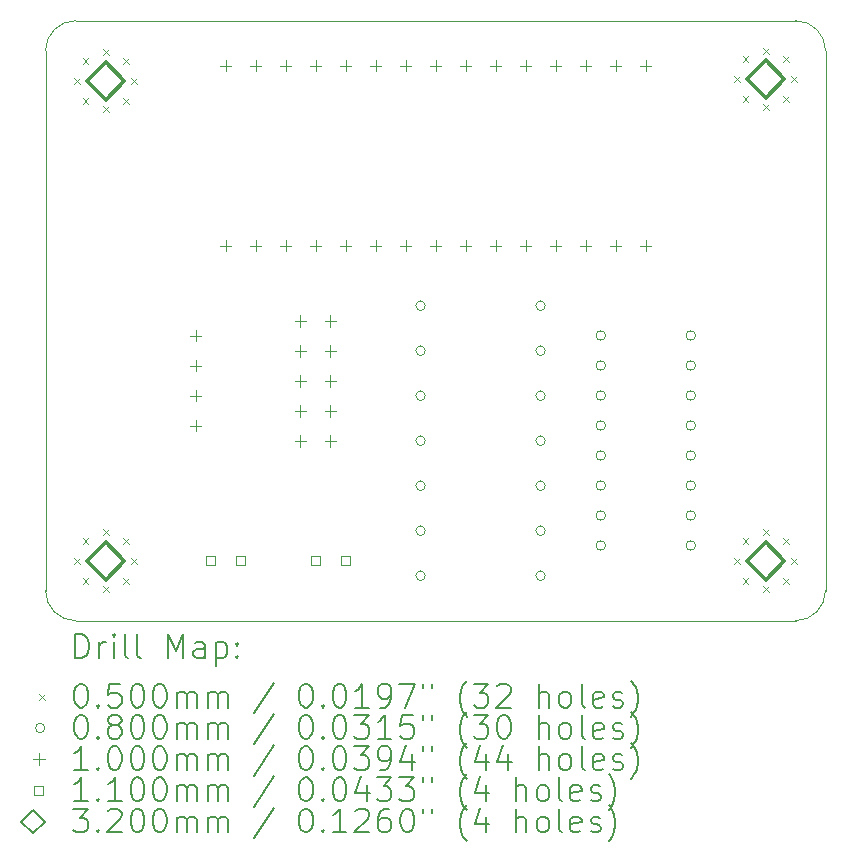
<source format=gbr>
%TF.GenerationSoftware,KiCad,Pcbnew,(6.0.7)*%
%TF.CreationDate,2023-06-21T14:44:01+08:00*%
%TF.ProjectId,Elevator_Indicator,456c6576-6174-46f7-925f-496e64696361,rev?*%
%TF.SameCoordinates,Original*%
%TF.FileFunction,Drillmap*%
%TF.FilePolarity,Positive*%
%FSLAX45Y45*%
G04 Gerber Fmt 4.5, Leading zero omitted, Abs format (unit mm)*
G04 Created by KiCad (PCBNEW (6.0.7)) date 2023-06-21 14:44:01*
%MOMM*%
%LPD*%
G01*
G04 APERTURE LIST*
%ADD10C,0.100000*%
%ADD11C,0.200000*%
%ADD12C,0.050000*%
%ADD13C,0.080000*%
%ADD14C,0.110000*%
%ADD15C,0.320000*%
G04 APERTURE END LIST*
D10*
X13970000Y-5334000D02*
X13970000Y-9906000D01*
X7366000Y-9906000D02*
G75*
G03*
X7620000Y-10160000I254000J0D01*
G01*
X13716000Y-10160000D02*
X7620000Y-10160000D01*
X7620000Y-5080000D02*
X13716000Y-5080000D01*
X7620000Y-5080000D02*
G75*
G03*
X7366000Y-5334000I0J-254000D01*
G01*
X13716000Y-10160000D02*
G75*
G03*
X13970000Y-9906000I0J254000D01*
G01*
X7366000Y-9906000D02*
X7366000Y-5334000D01*
X13970000Y-5334000D02*
G75*
G03*
X13716000Y-5080000I-254000J0D01*
G01*
D11*
D12*
X7609000Y-5563000D02*
X7659000Y-5613000D01*
X7659000Y-5563000D02*
X7609000Y-5613000D01*
X7609000Y-9627000D02*
X7659000Y-9677000D01*
X7659000Y-9627000D02*
X7609000Y-9677000D01*
X7679294Y-5393294D02*
X7729294Y-5443294D01*
X7729294Y-5393294D02*
X7679294Y-5443294D01*
X7679294Y-5732706D02*
X7729294Y-5782706D01*
X7729294Y-5732706D02*
X7679294Y-5782706D01*
X7679294Y-9457294D02*
X7729294Y-9507294D01*
X7729294Y-9457294D02*
X7679294Y-9507294D01*
X7679294Y-9796706D02*
X7729294Y-9846706D01*
X7729294Y-9796706D02*
X7679294Y-9846706D01*
X7849000Y-5323000D02*
X7899000Y-5373000D01*
X7899000Y-5323000D02*
X7849000Y-5373000D01*
X7849000Y-5803000D02*
X7899000Y-5853000D01*
X7899000Y-5803000D02*
X7849000Y-5853000D01*
X7849000Y-9387000D02*
X7899000Y-9437000D01*
X7899000Y-9387000D02*
X7849000Y-9437000D01*
X7849000Y-9867000D02*
X7899000Y-9917000D01*
X7899000Y-9867000D02*
X7849000Y-9917000D01*
X8018706Y-5393294D02*
X8068706Y-5443294D01*
X8068706Y-5393294D02*
X8018706Y-5443294D01*
X8018706Y-5732706D02*
X8068706Y-5782706D01*
X8068706Y-5732706D02*
X8018706Y-5782706D01*
X8018706Y-9457294D02*
X8068706Y-9507294D01*
X8068706Y-9457294D02*
X8018706Y-9507294D01*
X8018706Y-9796706D02*
X8068706Y-9846706D01*
X8068706Y-9796706D02*
X8018706Y-9846706D01*
X8089000Y-5563000D02*
X8139000Y-5613000D01*
X8139000Y-5563000D02*
X8089000Y-5613000D01*
X8089000Y-9627000D02*
X8139000Y-9677000D01*
X8139000Y-9627000D02*
X8089000Y-9677000D01*
X13197000Y-5549000D02*
X13247000Y-5599000D01*
X13247000Y-5549000D02*
X13197000Y-5599000D01*
X13197000Y-9627000D02*
X13247000Y-9677000D01*
X13247000Y-9627000D02*
X13197000Y-9677000D01*
X13267294Y-5379294D02*
X13317294Y-5429294D01*
X13317294Y-5379294D02*
X13267294Y-5429294D01*
X13267294Y-5718706D02*
X13317294Y-5768706D01*
X13317294Y-5718706D02*
X13267294Y-5768706D01*
X13267294Y-9457294D02*
X13317294Y-9507294D01*
X13317294Y-9457294D02*
X13267294Y-9507294D01*
X13267294Y-9796706D02*
X13317294Y-9846706D01*
X13317294Y-9796706D02*
X13267294Y-9846706D01*
X13437000Y-5309000D02*
X13487000Y-5359000D01*
X13487000Y-5309000D02*
X13437000Y-5359000D01*
X13437000Y-5789000D02*
X13487000Y-5839000D01*
X13487000Y-5789000D02*
X13437000Y-5839000D01*
X13437000Y-9387000D02*
X13487000Y-9437000D01*
X13487000Y-9387000D02*
X13437000Y-9437000D01*
X13437000Y-9867000D02*
X13487000Y-9917000D01*
X13487000Y-9867000D02*
X13437000Y-9917000D01*
X13606706Y-5379294D02*
X13656706Y-5429294D01*
X13656706Y-5379294D02*
X13606706Y-5429294D01*
X13606706Y-5718706D02*
X13656706Y-5768706D01*
X13656706Y-5718706D02*
X13606706Y-5768706D01*
X13606706Y-9457294D02*
X13656706Y-9507294D01*
X13656706Y-9457294D02*
X13606706Y-9507294D01*
X13606706Y-9796706D02*
X13656706Y-9846706D01*
X13656706Y-9796706D02*
X13606706Y-9846706D01*
X13677000Y-5549000D02*
X13727000Y-5599000D01*
X13727000Y-5549000D02*
X13677000Y-5599000D01*
X13677000Y-9627000D02*
X13727000Y-9677000D01*
X13727000Y-9627000D02*
X13677000Y-9677000D01*
D13*
X10581000Y-7493000D02*
G75*
G03*
X10581000Y-7493000I-40000J0D01*
G01*
X10581000Y-7874000D02*
G75*
G03*
X10581000Y-7874000I-40000J0D01*
G01*
X10581000Y-8255000D02*
G75*
G03*
X10581000Y-8255000I-40000J0D01*
G01*
X10581000Y-8636000D02*
G75*
G03*
X10581000Y-8636000I-40000J0D01*
G01*
X10581000Y-9017000D02*
G75*
G03*
X10581000Y-9017000I-40000J0D01*
G01*
X10581000Y-9398000D02*
G75*
G03*
X10581000Y-9398000I-40000J0D01*
G01*
X10581000Y-9779000D02*
G75*
G03*
X10581000Y-9779000I-40000J0D01*
G01*
X11597000Y-7493000D02*
G75*
G03*
X11597000Y-7493000I-40000J0D01*
G01*
X11597000Y-7874000D02*
G75*
G03*
X11597000Y-7874000I-40000J0D01*
G01*
X11597000Y-8255000D02*
G75*
G03*
X11597000Y-8255000I-40000J0D01*
G01*
X11597000Y-8636000D02*
G75*
G03*
X11597000Y-8636000I-40000J0D01*
G01*
X11597000Y-9017000D02*
G75*
G03*
X11597000Y-9017000I-40000J0D01*
G01*
X11597000Y-9398000D02*
G75*
G03*
X11597000Y-9398000I-40000J0D01*
G01*
X11597000Y-9779000D02*
G75*
G03*
X11597000Y-9779000I-40000J0D01*
G01*
X12106500Y-7745500D02*
G75*
G03*
X12106500Y-7745500I-40000J0D01*
G01*
X12106500Y-7999500D02*
G75*
G03*
X12106500Y-7999500I-40000J0D01*
G01*
X12106500Y-8253500D02*
G75*
G03*
X12106500Y-8253500I-40000J0D01*
G01*
X12106500Y-8507500D02*
G75*
G03*
X12106500Y-8507500I-40000J0D01*
G01*
X12106500Y-8761500D02*
G75*
G03*
X12106500Y-8761500I-40000J0D01*
G01*
X12106500Y-9015500D02*
G75*
G03*
X12106500Y-9015500I-40000J0D01*
G01*
X12106500Y-9269500D02*
G75*
G03*
X12106500Y-9269500I-40000J0D01*
G01*
X12106500Y-9523500D02*
G75*
G03*
X12106500Y-9523500I-40000J0D01*
G01*
X12868500Y-7745500D02*
G75*
G03*
X12868500Y-7745500I-40000J0D01*
G01*
X12868500Y-7999500D02*
G75*
G03*
X12868500Y-7999500I-40000J0D01*
G01*
X12868500Y-8253500D02*
G75*
G03*
X12868500Y-8253500I-40000J0D01*
G01*
X12868500Y-8507500D02*
G75*
G03*
X12868500Y-8507500I-40000J0D01*
G01*
X12868500Y-8761500D02*
G75*
G03*
X12868500Y-8761500I-40000J0D01*
G01*
X12868500Y-9015500D02*
G75*
G03*
X12868500Y-9015500I-40000J0D01*
G01*
X12868500Y-9269500D02*
G75*
G03*
X12868500Y-9269500I-40000J0D01*
G01*
X12868500Y-9523500D02*
G75*
G03*
X12868500Y-9523500I-40000J0D01*
G01*
D10*
X8636000Y-7696000D02*
X8636000Y-7796000D01*
X8586000Y-7746000D02*
X8686000Y-7746000D01*
X8636000Y-7950000D02*
X8636000Y-8050000D01*
X8586000Y-8000000D02*
X8686000Y-8000000D01*
X8636000Y-8204000D02*
X8636000Y-8304000D01*
X8586000Y-8254000D02*
X8686000Y-8254000D01*
X8636000Y-8458000D02*
X8636000Y-8558000D01*
X8586000Y-8508000D02*
X8686000Y-8508000D01*
X8890000Y-5410000D02*
X8890000Y-5510000D01*
X8840000Y-5460000D02*
X8940000Y-5460000D01*
X8890000Y-6934000D02*
X8890000Y-7034000D01*
X8840000Y-6984000D02*
X8940000Y-6984000D01*
X9144000Y-5410000D02*
X9144000Y-5510000D01*
X9094000Y-5460000D02*
X9194000Y-5460000D01*
X9144000Y-6934000D02*
X9144000Y-7034000D01*
X9094000Y-6984000D02*
X9194000Y-6984000D01*
X9398000Y-5410000D02*
X9398000Y-5510000D01*
X9348000Y-5460000D02*
X9448000Y-5460000D01*
X9398000Y-6934000D02*
X9398000Y-7034000D01*
X9348000Y-6984000D02*
X9448000Y-6984000D01*
X9524500Y-7570500D02*
X9524500Y-7670500D01*
X9474500Y-7620500D02*
X9574500Y-7620500D01*
X9524500Y-7824500D02*
X9524500Y-7924500D01*
X9474500Y-7874500D02*
X9574500Y-7874500D01*
X9524500Y-8078500D02*
X9524500Y-8178500D01*
X9474500Y-8128500D02*
X9574500Y-8128500D01*
X9524500Y-8332500D02*
X9524500Y-8432500D01*
X9474500Y-8382500D02*
X9574500Y-8382500D01*
X9524500Y-8586500D02*
X9524500Y-8686500D01*
X9474500Y-8636500D02*
X9574500Y-8636500D01*
X9652000Y-5410000D02*
X9652000Y-5510000D01*
X9602000Y-5460000D02*
X9702000Y-5460000D01*
X9652000Y-6934000D02*
X9652000Y-7034000D01*
X9602000Y-6984000D02*
X9702000Y-6984000D01*
X9778500Y-7570500D02*
X9778500Y-7670500D01*
X9728500Y-7620500D02*
X9828500Y-7620500D01*
X9778500Y-7824500D02*
X9778500Y-7924500D01*
X9728500Y-7874500D02*
X9828500Y-7874500D01*
X9778500Y-8078500D02*
X9778500Y-8178500D01*
X9728500Y-8128500D02*
X9828500Y-8128500D01*
X9778500Y-8332500D02*
X9778500Y-8432500D01*
X9728500Y-8382500D02*
X9828500Y-8382500D01*
X9778500Y-8586500D02*
X9778500Y-8686500D01*
X9728500Y-8636500D02*
X9828500Y-8636500D01*
X9906000Y-5410000D02*
X9906000Y-5510000D01*
X9856000Y-5460000D02*
X9956000Y-5460000D01*
X9906000Y-6934000D02*
X9906000Y-7034000D01*
X9856000Y-6984000D02*
X9956000Y-6984000D01*
X10160000Y-5410000D02*
X10160000Y-5510000D01*
X10110000Y-5460000D02*
X10210000Y-5460000D01*
X10160000Y-6934000D02*
X10160000Y-7034000D01*
X10110000Y-6984000D02*
X10210000Y-6984000D01*
X10414000Y-5410000D02*
X10414000Y-5510000D01*
X10364000Y-5460000D02*
X10464000Y-5460000D01*
X10414000Y-6934000D02*
X10414000Y-7034000D01*
X10364000Y-6984000D02*
X10464000Y-6984000D01*
X10668000Y-5410000D02*
X10668000Y-5510000D01*
X10618000Y-5460000D02*
X10718000Y-5460000D01*
X10668000Y-6934000D02*
X10668000Y-7034000D01*
X10618000Y-6984000D02*
X10718000Y-6984000D01*
X10922000Y-5410000D02*
X10922000Y-5510000D01*
X10872000Y-5460000D02*
X10972000Y-5460000D01*
X10922000Y-6934000D02*
X10922000Y-7034000D01*
X10872000Y-6984000D02*
X10972000Y-6984000D01*
X11176000Y-5410000D02*
X11176000Y-5510000D01*
X11126000Y-5460000D02*
X11226000Y-5460000D01*
X11176000Y-6934000D02*
X11176000Y-7034000D01*
X11126000Y-6984000D02*
X11226000Y-6984000D01*
X11430000Y-5410000D02*
X11430000Y-5510000D01*
X11380000Y-5460000D02*
X11480000Y-5460000D01*
X11430000Y-6934000D02*
X11430000Y-7034000D01*
X11380000Y-6984000D02*
X11480000Y-6984000D01*
X11684000Y-5410000D02*
X11684000Y-5510000D01*
X11634000Y-5460000D02*
X11734000Y-5460000D01*
X11684000Y-6934000D02*
X11684000Y-7034000D01*
X11634000Y-6984000D02*
X11734000Y-6984000D01*
X11938000Y-5410000D02*
X11938000Y-5510000D01*
X11888000Y-5460000D02*
X11988000Y-5460000D01*
X11938000Y-6934000D02*
X11938000Y-7034000D01*
X11888000Y-6984000D02*
X11988000Y-6984000D01*
X12192000Y-5410000D02*
X12192000Y-5510000D01*
X12142000Y-5460000D02*
X12242000Y-5460000D01*
X12192000Y-6934000D02*
X12192000Y-7034000D01*
X12142000Y-6984000D02*
X12242000Y-6984000D01*
X12446000Y-5410000D02*
X12446000Y-5510000D01*
X12396000Y-5460000D02*
X12496000Y-5460000D01*
X12446000Y-6934000D02*
X12446000Y-7034000D01*
X12396000Y-6984000D02*
X12496000Y-6984000D01*
D14*
X8801891Y-9690891D02*
X8801891Y-9613109D01*
X8724109Y-9613109D01*
X8724109Y-9690891D01*
X8801891Y-9690891D01*
X9055891Y-9690891D02*
X9055891Y-9613109D01*
X8978109Y-9613109D01*
X8978109Y-9690891D01*
X9055891Y-9690891D01*
X9690891Y-9690891D02*
X9690891Y-9613109D01*
X9613109Y-9613109D01*
X9613109Y-9690891D01*
X9690891Y-9690891D01*
X9944891Y-9690891D02*
X9944891Y-9613109D01*
X9867109Y-9613109D01*
X9867109Y-9690891D01*
X9944891Y-9690891D01*
D15*
X7874000Y-5748000D02*
X8034000Y-5588000D01*
X7874000Y-5428000D01*
X7714000Y-5588000D01*
X7874000Y-5748000D01*
X7874000Y-9812000D02*
X8034000Y-9652000D01*
X7874000Y-9492000D01*
X7714000Y-9652000D01*
X7874000Y-9812000D01*
X13462000Y-5734000D02*
X13622000Y-5574000D01*
X13462000Y-5414000D01*
X13302000Y-5574000D01*
X13462000Y-5734000D01*
X13462000Y-9812000D02*
X13622000Y-9652000D01*
X13462000Y-9492000D01*
X13302000Y-9652000D01*
X13462000Y-9812000D01*
D11*
X7618619Y-10475476D02*
X7618619Y-10275476D01*
X7666238Y-10275476D01*
X7694809Y-10285000D01*
X7713857Y-10304048D01*
X7723381Y-10323095D01*
X7732905Y-10361190D01*
X7732905Y-10389762D01*
X7723381Y-10427857D01*
X7713857Y-10446905D01*
X7694809Y-10465952D01*
X7666238Y-10475476D01*
X7618619Y-10475476D01*
X7818619Y-10475476D02*
X7818619Y-10342143D01*
X7818619Y-10380238D02*
X7828143Y-10361190D01*
X7837667Y-10351667D01*
X7856714Y-10342143D01*
X7875762Y-10342143D01*
X7942428Y-10475476D02*
X7942428Y-10342143D01*
X7942428Y-10275476D02*
X7932905Y-10285000D01*
X7942428Y-10294524D01*
X7951952Y-10285000D01*
X7942428Y-10275476D01*
X7942428Y-10294524D01*
X8066238Y-10475476D02*
X8047190Y-10465952D01*
X8037667Y-10446905D01*
X8037667Y-10275476D01*
X8171000Y-10475476D02*
X8151952Y-10465952D01*
X8142428Y-10446905D01*
X8142428Y-10275476D01*
X8399571Y-10475476D02*
X8399571Y-10275476D01*
X8466238Y-10418333D01*
X8532905Y-10275476D01*
X8532905Y-10475476D01*
X8713857Y-10475476D02*
X8713857Y-10370714D01*
X8704333Y-10351667D01*
X8685286Y-10342143D01*
X8647190Y-10342143D01*
X8628143Y-10351667D01*
X8713857Y-10465952D02*
X8694810Y-10475476D01*
X8647190Y-10475476D01*
X8628143Y-10465952D01*
X8618619Y-10446905D01*
X8618619Y-10427857D01*
X8628143Y-10408810D01*
X8647190Y-10399286D01*
X8694810Y-10399286D01*
X8713857Y-10389762D01*
X8809095Y-10342143D02*
X8809095Y-10542143D01*
X8809095Y-10351667D02*
X8828143Y-10342143D01*
X8866238Y-10342143D01*
X8885286Y-10351667D01*
X8894810Y-10361190D01*
X8904333Y-10380238D01*
X8904333Y-10437381D01*
X8894810Y-10456429D01*
X8885286Y-10465952D01*
X8866238Y-10475476D01*
X8828143Y-10475476D01*
X8809095Y-10465952D01*
X8990048Y-10456429D02*
X8999571Y-10465952D01*
X8990048Y-10475476D01*
X8980524Y-10465952D01*
X8990048Y-10456429D01*
X8990048Y-10475476D01*
X8990048Y-10351667D02*
X8999571Y-10361190D01*
X8990048Y-10370714D01*
X8980524Y-10361190D01*
X8990048Y-10351667D01*
X8990048Y-10370714D01*
D12*
X7311000Y-10780000D02*
X7361000Y-10830000D01*
X7361000Y-10780000D02*
X7311000Y-10830000D01*
D11*
X7656714Y-10695476D02*
X7675762Y-10695476D01*
X7694809Y-10705000D01*
X7704333Y-10714524D01*
X7713857Y-10733571D01*
X7723381Y-10771667D01*
X7723381Y-10819286D01*
X7713857Y-10857381D01*
X7704333Y-10876429D01*
X7694809Y-10885952D01*
X7675762Y-10895476D01*
X7656714Y-10895476D01*
X7637667Y-10885952D01*
X7628143Y-10876429D01*
X7618619Y-10857381D01*
X7609095Y-10819286D01*
X7609095Y-10771667D01*
X7618619Y-10733571D01*
X7628143Y-10714524D01*
X7637667Y-10705000D01*
X7656714Y-10695476D01*
X7809095Y-10876429D02*
X7818619Y-10885952D01*
X7809095Y-10895476D01*
X7799571Y-10885952D01*
X7809095Y-10876429D01*
X7809095Y-10895476D01*
X7999571Y-10695476D02*
X7904333Y-10695476D01*
X7894809Y-10790714D01*
X7904333Y-10781190D01*
X7923381Y-10771667D01*
X7971000Y-10771667D01*
X7990048Y-10781190D01*
X7999571Y-10790714D01*
X8009095Y-10809762D01*
X8009095Y-10857381D01*
X7999571Y-10876429D01*
X7990048Y-10885952D01*
X7971000Y-10895476D01*
X7923381Y-10895476D01*
X7904333Y-10885952D01*
X7894809Y-10876429D01*
X8132905Y-10695476D02*
X8151952Y-10695476D01*
X8171000Y-10705000D01*
X8180524Y-10714524D01*
X8190048Y-10733571D01*
X8199571Y-10771667D01*
X8199571Y-10819286D01*
X8190048Y-10857381D01*
X8180524Y-10876429D01*
X8171000Y-10885952D01*
X8151952Y-10895476D01*
X8132905Y-10895476D01*
X8113857Y-10885952D01*
X8104333Y-10876429D01*
X8094809Y-10857381D01*
X8085286Y-10819286D01*
X8085286Y-10771667D01*
X8094809Y-10733571D01*
X8104333Y-10714524D01*
X8113857Y-10705000D01*
X8132905Y-10695476D01*
X8323381Y-10695476D02*
X8342428Y-10695476D01*
X8361476Y-10705000D01*
X8371000Y-10714524D01*
X8380524Y-10733571D01*
X8390048Y-10771667D01*
X8390048Y-10819286D01*
X8380524Y-10857381D01*
X8371000Y-10876429D01*
X8361476Y-10885952D01*
X8342428Y-10895476D01*
X8323381Y-10895476D01*
X8304333Y-10885952D01*
X8294809Y-10876429D01*
X8285286Y-10857381D01*
X8275762Y-10819286D01*
X8275762Y-10771667D01*
X8285286Y-10733571D01*
X8294809Y-10714524D01*
X8304333Y-10705000D01*
X8323381Y-10695476D01*
X8475762Y-10895476D02*
X8475762Y-10762143D01*
X8475762Y-10781190D02*
X8485286Y-10771667D01*
X8504333Y-10762143D01*
X8532905Y-10762143D01*
X8551952Y-10771667D01*
X8561476Y-10790714D01*
X8561476Y-10895476D01*
X8561476Y-10790714D02*
X8571000Y-10771667D01*
X8590048Y-10762143D01*
X8618619Y-10762143D01*
X8637667Y-10771667D01*
X8647190Y-10790714D01*
X8647190Y-10895476D01*
X8742429Y-10895476D02*
X8742429Y-10762143D01*
X8742429Y-10781190D02*
X8751952Y-10771667D01*
X8771000Y-10762143D01*
X8799571Y-10762143D01*
X8818619Y-10771667D01*
X8828143Y-10790714D01*
X8828143Y-10895476D01*
X8828143Y-10790714D02*
X8837667Y-10771667D01*
X8856714Y-10762143D01*
X8885286Y-10762143D01*
X8904333Y-10771667D01*
X8913857Y-10790714D01*
X8913857Y-10895476D01*
X9304333Y-10685952D02*
X9132905Y-10943095D01*
X9561476Y-10695476D02*
X9580524Y-10695476D01*
X9599571Y-10705000D01*
X9609095Y-10714524D01*
X9618619Y-10733571D01*
X9628143Y-10771667D01*
X9628143Y-10819286D01*
X9618619Y-10857381D01*
X9609095Y-10876429D01*
X9599571Y-10885952D01*
X9580524Y-10895476D01*
X9561476Y-10895476D01*
X9542429Y-10885952D01*
X9532905Y-10876429D01*
X9523381Y-10857381D01*
X9513857Y-10819286D01*
X9513857Y-10771667D01*
X9523381Y-10733571D01*
X9532905Y-10714524D01*
X9542429Y-10705000D01*
X9561476Y-10695476D01*
X9713857Y-10876429D02*
X9723381Y-10885952D01*
X9713857Y-10895476D01*
X9704333Y-10885952D01*
X9713857Y-10876429D01*
X9713857Y-10895476D01*
X9847190Y-10695476D02*
X9866238Y-10695476D01*
X9885286Y-10705000D01*
X9894810Y-10714524D01*
X9904333Y-10733571D01*
X9913857Y-10771667D01*
X9913857Y-10819286D01*
X9904333Y-10857381D01*
X9894810Y-10876429D01*
X9885286Y-10885952D01*
X9866238Y-10895476D01*
X9847190Y-10895476D01*
X9828143Y-10885952D01*
X9818619Y-10876429D01*
X9809095Y-10857381D01*
X9799571Y-10819286D01*
X9799571Y-10771667D01*
X9809095Y-10733571D01*
X9818619Y-10714524D01*
X9828143Y-10705000D01*
X9847190Y-10695476D01*
X10104333Y-10895476D02*
X9990048Y-10895476D01*
X10047190Y-10895476D02*
X10047190Y-10695476D01*
X10028143Y-10724048D01*
X10009095Y-10743095D01*
X9990048Y-10752619D01*
X10199571Y-10895476D02*
X10237667Y-10895476D01*
X10256714Y-10885952D01*
X10266238Y-10876429D01*
X10285286Y-10847857D01*
X10294810Y-10809762D01*
X10294810Y-10733571D01*
X10285286Y-10714524D01*
X10275762Y-10705000D01*
X10256714Y-10695476D01*
X10218619Y-10695476D01*
X10199571Y-10705000D01*
X10190048Y-10714524D01*
X10180524Y-10733571D01*
X10180524Y-10781190D01*
X10190048Y-10800238D01*
X10199571Y-10809762D01*
X10218619Y-10819286D01*
X10256714Y-10819286D01*
X10275762Y-10809762D01*
X10285286Y-10800238D01*
X10294810Y-10781190D01*
X10361476Y-10695476D02*
X10494810Y-10695476D01*
X10409095Y-10895476D01*
X10561476Y-10695476D02*
X10561476Y-10733571D01*
X10637667Y-10695476D02*
X10637667Y-10733571D01*
X10932905Y-10971667D02*
X10923381Y-10962143D01*
X10904333Y-10933571D01*
X10894810Y-10914524D01*
X10885286Y-10885952D01*
X10875762Y-10838333D01*
X10875762Y-10800238D01*
X10885286Y-10752619D01*
X10894810Y-10724048D01*
X10904333Y-10705000D01*
X10923381Y-10676429D01*
X10932905Y-10666905D01*
X10990048Y-10695476D02*
X11113857Y-10695476D01*
X11047190Y-10771667D01*
X11075762Y-10771667D01*
X11094810Y-10781190D01*
X11104333Y-10790714D01*
X11113857Y-10809762D01*
X11113857Y-10857381D01*
X11104333Y-10876429D01*
X11094810Y-10885952D01*
X11075762Y-10895476D01*
X11018619Y-10895476D01*
X10999571Y-10885952D01*
X10990048Y-10876429D01*
X11190048Y-10714524D02*
X11199571Y-10705000D01*
X11218619Y-10695476D01*
X11266238Y-10695476D01*
X11285286Y-10705000D01*
X11294809Y-10714524D01*
X11304333Y-10733571D01*
X11304333Y-10752619D01*
X11294809Y-10781190D01*
X11180524Y-10895476D01*
X11304333Y-10895476D01*
X11542428Y-10895476D02*
X11542428Y-10695476D01*
X11628143Y-10895476D02*
X11628143Y-10790714D01*
X11618619Y-10771667D01*
X11599571Y-10762143D01*
X11571000Y-10762143D01*
X11551952Y-10771667D01*
X11542428Y-10781190D01*
X11751952Y-10895476D02*
X11732905Y-10885952D01*
X11723381Y-10876429D01*
X11713857Y-10857381D01*
X11713857Y-10800238D01*
X11723381Y-10781190D01*
X11732905Y-10771667D01*
X11751952Y-10762143D01*
X11780524Y-10762143D01*
X11799571Y-10771667D01*
X11809095Y-10781190D01*
X11818619Y-10800238D01*
X11818619Y-10857381D01*
X11809095Y-10876429D01*
X11799571Y-10885952D01*
X11780524Y-10895476D01*
X11751952Y-10895476D01*
X11932905Y-10895476D02*
X11913857Y-10885952D01*
X11904333Y-10866905D01*
X11904333Y-10695476D01*
X12085286Y-10885952D02*
X12066238Y-10895476D01*
X12028143Y-10895476D01*
X12009095Y-10885952D01*
X11999571Y-10866905D01*
X11999571Y-10790714D01*
X12009095Y-10771667D01*
X12028143Y-10762143D01*
X12066238Y-10762143D01*
X12085286Y-10771667D01*
X12094809Y-10790714D01*
X12094809Y-10809762D01*
X11999571Y-10828810D01*
X12171000Y-10885952D02*
X12190048Y-10895476D01*
X12228143Y-10895476D01*
X12247190Y-10885952D01*
X12256714Y-10866905D01*
X12256714Y-10857381D01*
X12247190Y-10838333D01*
X12228143Y-10828810D01*
X12199571Y-10828810D01*
X12180524Y-10819286D01*
X12171000Y-10800238D01*
X12171000Y-10790714D01*
X12180524Y-10771667D01*
X12199571Y-10762143D01*
X12228143Y-10762143D01*
X12247190Y-10771667D01*
X12323381Y-10971667D02*
X12332905Y-10962143D01*
X12351952Y-10933571D01*
X12361476Y-10914524D01*
X12371000Y-10885952D01*
X12380524Y-10838333D01*
X12380524Y-10800238D01*
X12371000Y-10752619D01*
X12361476Y-10724048D01*
X12351952Y-10705000D01*
X12332905Y-10676429D01*
X12323381Y-10666905D01*
D13*
X7361000Y-11069000D02*
G75*
G03*
X7361000Y-11069000I-40000J0D01*
G01*
D11*
X7656714Y-10959476D02*
X7675762Y-10959476D01*
X7694809Y-10969000D01*
X7704333Y-10978524D01*
X7713857Y-10997571D01*
X7723381Y-11035667D01*
X7723381Y-11083286D01*
X7713857Y-11121381D01*
X7704333Y-11140429D01*
X7694809Y-11149952D01*
X7675762Y-11159476D01*
X7656714Y-11159476D01*
X7637667Y-11149952D01*
X7628143Y-11140429D01*
X7618619Y-11121381D01*
X7609095Y-11083286D01*
X7609095Y-11035667D01*
X7618619Y-10997571D01*
X7628143Y-10978524D01*
X7637667Y-10969000D01*
X7656714Y-10959476D01*
X7809095Y-11140429D02*
X7818619Y-11149952D01*
X7809095Y-11159476D01*
X7799571Y-11149952D01*
X7809095Y-11140429D01*
X7809095Y-11159476D01*
X7932905Y-11045190D02*
X7913857Y-11035667D01*
X7904333Y-11026143D01*
X7894809Y-11007095D01*
X7894809Y-10997571D01*
X7904333Y-10978524D01*
X7913857Y-10969000D01*
X7932905Y-10959476D01*
X7971000Y-10959476D01*
X7990048Y-10969000D01*
X7999571Y-10978524D01*
X8009095Y-10997571D01*
X8009095Y-11007095D01*
X7999571Y-11026143D01*
X7990048Y-11035667D01*
X7971000Y-11045190D01*
X7932905Y-11045190D01*
X7913857Y-11054714D01*
X7904333Y-11064238D01*
X7894809Y-11083286D01*
X7894809Y-11121381D01*
X7904333Y-11140429D01*
X7913857Y-11149952D01*
X7932905Y-11159476D01*
X7971000Y-11159476D01*
X7990048Y-11149952D01*
X7999571Y-11140429D01*
X8009095Y-11121381D01*
X8009095Y-11083286D01*
X7999571Y-11064238D01*
X7990048Y-11054714D01*
X7971000Y-11045190D01*
X8132905Y-10959476D02*
X8151952Y-10959476D01*
X8171000Y-10969000D01*
X8180524Y-10978524D01*
X8190048Y-10997571D01*
X8199571Y-11035667D01*
X8199571Y-11083286D01*
X8190048Y-11121381D01*
X8180524Y-11140429D01*
X8171000Y-11149952D01*
X8151952Y-11159476D01*
X8132905Y-11159476D01*
X8113857Y-11149952D01*
X8104333Y-11140429D01*
X8094809Y-11121381D01*
X8085286Y-11083286D01*
X8085286Y-11035667D01*
X8094809Y-10997571D01*
X8104333Y-10978524D01*
X8113857Y-10969000D01*
X8132905Y-10959476D01*
X8323381Y-10959476D02*
X8342428Y-10959476D01*
X8361476Y-10969000D01*
X8371000Y-10978524D01*
X8380524Y-10997571D01*
X8390048Y-11035667D01*
X8390048Y-11083286D01*
X8380524Y-11121381D01*
X8371000Y-11140429D01*
X8361476Y-11149952D01*
X8342428Y-11159476D01*
X8323381Y-11159476D01*
X8304333Y-11149952D01*
X8294809Y-11140429D01*
X8285286Y-11121381D01*
X8275762Y-11083286D01*
X8275762Y-11035667D01*
X8285286Y-10997571D01*
X8294809Y-10978524D01*
X8304333Y-10969000D01*
X8323381Y-10959476D01*
X8475762Y-11159476D02*
X8475762Y-11026143D01*
X8475762Y-11045190D02*
X8485286Y-11035667D01*
X8504333Y-11026143D01*
X8532905Y-11026143D01*
X8551952Y-11035667D01*
X8561476Y-11054714D01*
X8561476Y-11159476D01*
X8561476Y-11054714D02*
X8571000Y-11035667D01*
X8590048Y-11026143D01*
X8618619Y-11026143D01*
X8637667Y-11035667D01*
X8647190Y-11054714D01*
X8647190Y-11159476D01*
X8742429Y-11159476D02*
X8742429Y-11026143D01*
X8742429Y-11045190D02*
X8751952Y-11035667D01*
X8771000Y-11026143D01*
X8799571Y-11026143D01*
X8818619Y-11035667D01*
X8828143Y-11054714D01*
X8828143Y-11159476D01*
X8828143Y-11054714D02*
X8837667Y-11035667D01*
X8856714Y-11026143D01*
X8885286Y-11026143D01*
X8904333Y-11035667D01*
X8913857Y-11054714D01*
X8913857Y-11159476D01*
X9304333Y-10949952D02*
X9132905Y-11207095D01*
X9561476Y-10959476D02*
X9580524Y-10959476D01*
X9599571Y-10969000D01*
X9609095Y-10978524D01*
X9618619Y-10997571D01*
X9628143Y-11035667D01*
X9628143Y-11083286D01*
X9618619Y-11121381D01*
X9609095Y-11140429D01*
X9599571Y-11149952D01*
X9580524Y-11159476D01*
X9561476Y-11159476D01*
X9542429Y-11149952D01*
X9532905Y-11140429D01*
X9523381Y-11121381D01*
X9513857Y-11083286D01*
X9513857Y-11035667D01*
X9523381Y-10997571D01*
X9532905Y-10978524D01*
X9542429Y-10969000D01*
X9561476Y-10959476D01*
X9713857Y-11140429D02*
X9723381Y-11149952D01*
X9713857Y-11159476D01*
X9704333Y-11149952D01*
X9713857Y-11140429D01*
X9713857Y-11159476D01*
X9847190Y-10959476D02*
X9866238Y-10959476D01*
X9885286Y-10969000D01*
X9894810Y-10978524D01*
X9904333Y-10997571D01*
X9913857Y-11035667D01*
X9913857Y-11083286D01*
X9904333Y-11121381D01*
X9894810Y-11140429D01*
X9885286Y-11149952D01*
X9866238Y-11159476D01*
X9847190Y-11159476D01*
X9828143Y-11149952D01*
X9818619Y-11140429D01*
X9809095Y-11121381D01*
X9799571Y-11083286D01*
X9799571Y-11035667D01*
X9809095Y-10997571D01*
X9818619Y-10978524D01*
X9828143Y-10969000D01*
X9847190Y-10959476D01*
X9980524Y-10959476D02*
X10104333Y-10959476D01*
X10037667Y-11035667D01*
X10066238Y-11035667D01*
X10085286Y-11045190D01*
X10094810Y-11054714D01*
X10104333Y-11073762D01*
X10104333Y-11121381D01*
X10094810Y-11140429D01*
X10085286Y-11149952D01*
X10066238Y-11159476D01*
X10009095Y-11159476D01*
X9990048Y-11149952D01*
X9980524Y-11140429D01*
X10294810Y-11159476D02*
X10180524Y-11159476D01*
X10237667Y-11159476D02*
X10237667Y-10959476D01*
X10218619Y-10988048D01*
X10199571Y-11007095D01*
X10180524Y-11016619D01*
X10475762Y-10959476D02*
X10380524Y-10959476D01*
X10371000Y-11054714D01*
X10380524Y-11045190D01*
X10399571Y-11035667D01*
X10447190Y-11035667D01*
X10466238Y-11045190D01*
X10475762Y-11054714D01*
X10485286Y-11073762D01*
X10485286Y-11121381D01*
X10475762Y-11140429D01*
X10466238Y-11149952D01*
X10447190Y-11159476D01*
X10399571Y-11159476D01*
X10380524Y-11149952D01*
X10371000Y-11140429D01*
X10561476Y-10959476D02*
X10561476Y-10997571D01*
X10637667Y-10959476D02*
X10637667Y-10997571D01*
X10932905Y-11235667D02*
X10923381Y-11226143D01*
X10904333Y-11197571D01*
X10894810Y-11178524D01*
X10885286Y-11149952D01*
X10875762Y-11102333D01*
X10875762Y-11064238D01*
X10885286Y-11016619D01*
X10894810Y-10988048D01*
X10904333Y-10969000D01*
X10923381Y-10940429D01*
X10932905Y-10930905D01*
X10990048Y-10959476D02*
X11113857Y-10959476D01*
X11047190Y-11035667D01*
X11075762Y-11035667D01*
X11094810Y-11045190D01*
X11104333Y-11054714D01*
X11113857Y-11073762D01*
X11113857Y-11121381D01*
X11104333Y-11140429D01*
X11094810Y-11149952D01*
X11075762Y-11159476D01*
X11018619Y-11159476D01*
X10999571Y-11149952D01*
X10990048Y-11140429D01*
X11237667Y-10959476D02*
X11256714Y-10959476D01*
X11275762Y-10969000D01*
X11285286Y-10978524D01*
X11294809Y-10997571D01*
X11304333Y-11035667D01*
X11304333Y-11083286D01*
X11294809Y-11121381D01*
X11285286Y-11140429D01*
X11275762Y-11149952D01*
X11256714Y-11159476D01*
X11237667Y-11159476D01*
X11218619Y-11149952D01*
X11209095Y-11140429D01*
X11199571Y-11121381D01*
X11190048Y-11083286D01*
X11190048Y-11035667D01*
X11199571Y-10997571D01*
X11209095Y-10978524D01*
X11218619Y-10969000D01*
X11237667Y-10959476D01*
X11542428Y-11159476D02*
X11542428Y-10959476D01*
X11628143Y-11159476D02*
X11628143Y-11054714D01*
X11618619Y-11035667D01*
X11599571Y-11026143D01*
X11571000Y-11026143D01*
X11551952Y-11035667D01*
X11542428Y-11045190D01*
X11751952Y-11159476D02*
X11732905Y-11149952D01*
X11723381Y-11140429D01*
X11713857Y-11121381D01*
X11713857Y-11064238D01*
X11723381Y-11045190D01*
X11732905Y-11035667D01*
X11751952Y-11026143D01*
X11780524Y-11026143D01*
X11799571Y-11035667D01*
X11809095Y-11045190D01*
X11818619Y-11064238D01*
X11818619Y-11121381D01*
X11809095Y-11140429D01*
X11799571Y-11149952D01*
X11780524Y-11159476D01*
X11751952Y-11159476D01*
X11932905Y-11159476D02*
X11913857Y-11149952D01*
X11904333Y-11130905D01*
X11904333Y-10959476D01*
X12085286Y-11149952D02*
X12066238Y-11159476D01*
X12028143Y-11159476D01*
X12009095Y-11149952D01*
X11999571Y-11130905D01*
X11999571Y-11054714D01*
X12009095Y-11035667D01*
X12028143Y-11026143D01*
X12066238Y-11026143D01*
X12085286Y-11035667D01*
X12094809Y-11054714D01*
X12094809Y-11073762D01*
X11999571Y-11092810D01*
X12171000Y-11149952D02*
X12190048Y-11159476D01*
X12228143Y-11159476D01*
X12247190Y-11149952D01*
X12256714Y-11130905D01*
X12256714Y-11121381D01*
X12247190Y-11102333D01*
X12228143Y-11092810D01*
X12199571Y-11092810D01*
X12180524Y-11083286D01*
X12171000Y-11064238D01*
X12171000Y-11054714D01*
X12180524Y-11035667D01*
X12199571Y-11026143D01*
X12228143Y-11026143D01*
X12247190Y-11035667D01*
X12323381Y-11235667D02*
X12332905Y-11226143D01*
X12351952Y-11197571D01*
X12361476Y-11178524D01*
X12371000Y-11149952D01*
X12380524Y-11102333D01*
X12380524Y-11064238D01*
X12371000Y-11016619D01*
X12361476Y-10988048D01*
X12351952Y-10969000D01*
X12332905Y-10940429D01*
X12323381Y-10930905D01*
D10*
X7311000Y-11283000D02*
X7311000Y-11383000D01*
X7261000Y-11333000D02*
X7361000Y-11333000D01*
D11*
X7723381Y-11423476D02*
X7609095Y-11423476D01*
X7666238Y-11423476D02*
X7666238Y-11223476D01*
X7647190Y-11252048D01*
X7628143Y-11271095D01*
X7609095Y-11280619D01*
X7809095Y-11404428D02*
X7818619Y-11413952D01*
X7809095Y-11423476D01*
X7799571Y-11413952D01*
X7809095Y-11404428D01*
X7809095Y-11423476D01*
X7942428Y-11223476D02*
X7961476Y-11223476D01*
X7980524Y-11233000D01*
X7990048Y-11242524D01*
X7999571Y-11261571D01*
X8009095Y-11299667D01*
X8009095Y-11347286D01*
X7999571Y-11385381D01*
X7990048Y-11404428D01*
X7980524Y-11413952D01*
X7961476Y-11423476D01*
X7942428Y-11423476D01*
X7923381Y-11413952D01*
X7913857Y-11404428D01*
X7904333Y-11385381D01*
X7894809Y-11347286D01*
X7894809Y-11299667D01*
X7904333Y-11261571D01*
X7913857Y-11242524D01*
X7923381Y-11233000D01*
X7942428Y-11223476D01*
X8132905Y-11223476D02*
X8151952Y-11223476D01*
X8171000Y-11233000D01*
X8180524Y-11242524D01*
X8190048Y-11261571D01*
X8199571Y-11299667D01*
X8199571Y-11347286D01*
X8190048Y-11385381D01*
X8180524Y-11404428D01*
X8171000Y-11413952D01*
X8151952Y-11423476D01*
X8132905Y-11423476D01*
X8113857Y-11413952D01*
X8104333Y-11404428D01*
X8094809Y-11385381D01*
X8085286Y-11347286D01*
X8085286Y-11299667D01*
X8094809Y-11261571D01*
X8104333Y-11242524D01*
X8113857Y-11233000D01*
X8132905Y-11223476D01*
X8323381Y-11223476D02*
X8342428Y-11223476D01*
X8361476Y-11233000D01*
X8371000Y-11242524D01*
X8380524Y-11261571D01*
X8390048Y-11299667D01*
X8390048Y-11347286D01*
X8380524Y-11385381D01*
X8371000Y-11404428D01*
X8361476Y-11413952D01*
X8342428Y-11423476D01*
X8323381Y-11423476D01*
X8304333Y-11413952D01*
X8294809Y-11404428D01*
X8285286Y-11385381D01*
X8275762Y-11347286D01*
X8275762Y-11299667D01*
X8285286Y-11261571D01*
X8294809Y-11242524D01*
X8304333Y-11233000D01*
X8323381Y-11223476D01*
X8475762Y-11423476D02*
X8475762Y-11290143D01*
X8475762Y-11309190D02*
X8485286Y-11299667D01*
X8504333Y-11290143D01*
X8532905Y-11290143D01*
X8551952Y-11299667D01*
X8561476Y-11318714D01*
X8561476Y-11423476D01*
X8561476Y-11318714D02*
X8571000Y-11299667D01*
X8590048Y-11290143D01*
X8618619Y-11290143D01*
X8637667Y-11299667D01*
X8647190Y-11318714D01*
X8647190Y-11423476D01*
X8742429Y-11423476D02*
X8742429Y-11290143D01*
X8742429Y-11309190D02*
X8751952Y-11299667D01*
X8771000Y-11290143D01*
X8799571Y-11290143D01*
X8818619Y-11299667D01*
X8828143Y-11318714D01*
X8828143Y-11423476D01*
X8828143Y-11318714D02*
X8837667Y-11299667D01*
X8856714Y-11290143D01*
X8885286Y-11290143D01*
X8904333Y-11299667D01*
X8913857Y-11318714D01*
X8913857Y-11423476D01*
X9304333Y-11213952D02*
X9132905Y-11471095D01*
X9561476Y-11223476D02*
X9580524Y-11223476D01*
X9599571Y-11233000D01*
X9609095Y-11242524D01*
X9618619Y-11261571D01*
X9628143Y-11299667D01*
X9628143Y-11347286D01*
X9618619Y-11385381D01*
X9609095Y-11404428D01*
X9599571Y-11413952D01*
X9580524Y-11423476D01*
X9561476Y-11423476D01*
X9542429Y-11413952D01*
X9532905Y-11404428D01*
X9523381Y-11385381D01*
X9513857Y-11347286D01*
X9513857Y-11299667D01*
X9523381Y-11261571D01*
X9532905Y-11242524D01*
X9542429Y-11233000D01*
X9561476Y-11223476D01*
X9713857Y-11404428D02*
X9723381Y-11413952D01*
X9713857Y-11423476D01*
X9704333Y-11413952D01*
X9713857Y-11404428D01*
X9713857Y-11423476D01*
X9847190Y-11223476D02*
X9866238Y-11223476D01*
X9885286Y-11233000D01*
X9894810Y-11242524D01*
X9904333Y-11261571D01*
X9913857Y-11299667D01*
X9913857Y-11347286D01*
X9904333Y-11385381D01*
X9894810Y-11404428D01*
X9885286Y-11413952D01*
X9866238Y-11423476D01*
X9847190Y-11423476D01*
X9828143Y-11413952D01*
X9818619Y-11404428D01*
X9809095Y-11385381D01*
X9799571Y-11347286D01*
X9799571Y-11299667D01*
X9809095Y-11261571D01*
X9818619Y-11242524D01*
X9828143Y-11233000D01*
X9847190Y-11223476D01*
X9980524Y-11223476D02*
X10104333Y-11223476D01*
X10037667Y-11299667D01*
X10066238Y-11299667D01*
X10085286Y-11309190D01*
X10094810Y-11318714D01*
X10104333Y-11337762D01*
X10104333Y-11385381D01*
X10094810Y-11404428D01*
X10085286Y-11413952D01*
X10066238Y-11423476D01*
X10009095Y-11423476D01*
X9990048Y-11413952D01*
X9980524Y-11404428D01*
X10199571Y-11423476D02*
X10237667Y-11423476D01*
X10256714Y-11413952D01*
X10266238Y-11404428D01*
X10285286Y-11375857D01*
X10294810Y-11337762D01*
X10294810Y-11261571D01*
X10285286Y-11242524D01*
X10275762Y-11233000D01*
X10256714Y-11223476D01*
X10218619Y-11223476D01*
X10199571Y-11233000D01*
X10190048Y-11242524D01*
X10180524Y-11261571D01*
X10180524Y-11309190D01*
X10190048Y-11328238D01*
X10199571Y-11337762D01*
X10218619Y-11347286D01*
X10256714Y-11347286D01*
X10275762Y-11337762D01*
X10285286Y-11328238D01*
X10294810Y-11309190D01*
X10466238Y-11290143D02*
X10466238Y-11423476D01*
X10418619Y-11213952D02*
X10371000Y-11356809D01*
X10494810Y-11356809D01*
X10561476Y-11223476D02*
X10561476Y-11261571D01*
X10637667Y-11223476D02*
X10637667Y-11261571D01*
X10932905Y-11499667D02*
X10923381Y-11490143D01*
X10904333Y-11461571D01*
X10894810Y-11442524D01*
X10885286Y-11413952D01*
X10875762Y-11366333D01*
X10875762Y-11328238D01*
X10885286Y-11280619D01*
X10894810Y-11252048D01*
X10904333Y-11233000D01*
X10923381Y-11204428D01*
X10932905Y-11194905D01*
X11094810Y-11290143D02*
X11094810Y-11423476D01*
X11047190Y-11213952D02*
X10999571Y-11356809D01*
X11123381Y-11356809D01*
X11285286Y-11290143D02*
X11285286Y-11423476D01*
X11237667Y-11213952D02*
X11190048Y-11356809D01*
X11313857Y-11356809D01*
X11542428Y-11423476D02*
X11542428Y-11223476D01*
X11628143Y-11423476D02*
X11628143Y-11318714D01*
X11618619Y-11299667D01*
X11599571Y-11290143D01*
X11571000Y-11290143D01*
X11551952Y-11299667D01*
X11542428Y-11309190D01*
X11751952Y-11423476D02*
X11732905Y-11413952D01*
X11723381Y-11404428D01*
X11713857Y-11385381D01*
X11713857Y-11328238D01*
X11723381Y-11309190D01*
X11732905Y-11299667D01*
X11751952Y-11290143D01*
X11780524Y-11290143D01*
X11799571Y-11299667D01*
X11809095Y-11309190D01*
X11818619Y-11328238D01*
X11818619Y-11385381D01*
X11809095Y-11404428D01*
X11799571Y-11413952D01*
X11780524Y-11423476D01*
X11751952Y-11423476D01*
X11932905Y-11423476D02*
X11913857Y-11413952D01*
X11904333Y-11394905D01*
X11904333Y-11223476D01*
X12085286Y-11413952D02*
X12066238Y-11423476D01*
X12028143Y-11423476D01*
X12009095Y-11413952D01*
X11999571Y-11394905D01*
X11999571Y-11318714D01*
X12009095Y-11299667D01*
X12028143Y-11290143D01*
X12066238Y-11290143D01*
X12085286Y-11299667D01*
X12094809Y-11318714D01*
X12094809Y-11337762D01*
X11999571Y-11356809D01*
X12171000Y-11413952D02*
X12190048Y-11423476D01*
X12228143Y-11423476D01*
X12247190Y-11413952D01*
X12256714Y-11394905D01*
X12256714Y-11385381D01*
X12247190Y-11366333D01*
X12228143Y-11356809D01*
X12199571Y-11356809D01*
X12180524Y-11347286D01*
X12171000Y-11328238D01*
X12171000Y-11318714D01*
X12180524Y-11299667D01*
X12199571Y-11290143D01*
X12228143Y-11290143D01*
X12247190Y-11299667D01*
X12323381Y-11499667D02*
X12332905Y-11490143D01*
X12351952Y-11461571D01*
X12361476Y-11442524D01*
X12371000Y-11413952D01*
X12380524Y-11366333D01*
X12380524Y-11328238D01*
X12371000Y-11280619D01*
X12361476Y-11252048D01*
X12351952Y-11233000D01*
X12332905Y-11204428D01*
X12323381Y-11194905D01*
D14*
X7344891Y-11635891D02*
X7344891Y-11558109D01*
X7267109Y-11558109D01*
X7267109Y-11635891D01*
X7344891Y-11635891D01*
D11*
X7723381Y-11687476D02*
X7609095Y-11687476D01*
X7666238Y-11687476D02*
X7666238Y-11487476D01*
X7647190Y-11516048D01*
X7628143Y-11535095D01*
X7609095Y-11544619D01*
X7809095Y-11668428D02*
X7818619Y-11677952D01*
X7809095Y-11687476D01*
X7799571Y-11677952D01*
X7809095Y-11668428D01*
X7809095Y-11687476D01*
X8009095Y-11687476D02*
X7894809Y-11687476D01*
X7951952Y-11687476D02*
X7951952Y-11487476D01*
X7932905Y-11516048D01*
X7913857Y-11535095D01*
X7894809Y-11544619D01*
X8132905Y-11487476D02*
X8151952Y-11487476D01*
X8171000Y-11497000D01*
X8180524Y-11506524D01*
X8190048Y-11525571D01*
X8199571Y-11563667D01*
X8199571Y-11611286D01*
X8190048Y-11649381D01*
X8180524Y-11668428D01*
X8171000Y-11677952D01*
X8151952Y-11687476D01*
X8132905Y-11687476D01*
X8113857Y-11677952D01*
X8104333Y-11668428D01*
X8094809Y-11649381D01*
X8085286Y-11611286D01*
X8085286Y-11563667D01*
X8094809Y-11525571D01*
X8104333Y-11506524D01*
X8113857Y-11497000D01*
X8132905Y-11487476D01*
X8323381Y-11487476D02*
X8342428Y-11487476D01*
X8361476Y-11497000D01*
X8371000Y-11506524D01*
X8380524Y-11525571D01*
X8390048Y-11563667D01*
X8390048Y-11611286D01*
X8380524Y-11649381D01*
X8371000Y-11668428D01*
X8361476Y-11677952D01*
X8342428Y-11687476D01*
X8323381Y-11687476D01*
X8304333Y-11677952D01*
X8294809Y-11668428D01*
X8285286Y-11649381D01*
X8275762Y-11611286D01*
X8275762Y-11563667D01*
X8285286Y-11525571D01*
X8294809Y-11506524D01*
X8304333Y-11497000D01*
X8323381Y-11487476D01*
X8475762Y-11687476D02*
X8475762Y-11554143D01*
X8475762Y-11573190D02*
X8485286Y-11563667D01*
X8504333Y-11554143D01*
X8532905Y-11554143D01*
X8551952Y-11563667D01*
X8561476Y-11582714D01*
X8561476Y-11687476D01*
X8561476Y-11582714D02*
X8571000Y-11563667D01*
X8590048Y-11554143D01*
X8618619Y-11554143D01*
X8637667Y-11563667D01*
X8647190Y-11582714D01*
X8647190Y-11687476D01*
X8742429Y-11687476D02*
X8742429Y-11554143D01*
X8742429Y-11573190D02*
X8751952Y-11563667D01*
X8771000Y-11554143D01*
X8799571Y-11554143D01*
X8818619Y-11563667D01*
X8828143Y-11582714D01*
X8828143Y-11687476D01*
X8828143Y-11582714D02*
X8837667Y-11563667D01*
X8856714Y-11554143D01*
X8885286Y-11554143D01*
X8904333Y-11563667D01*
X8913857Y-11582714D01*
X8913857Y-11687476D01*
X9304333Y-11477952D02*
X9132905Y-11735095D01*
X9561476Y-11487476D02*
X9580524Y-11487476D01*
X9599571Y-11497000D01*
X9609095Y-11506524D01*
X9618619Y-11525571D01*
X9628143Y-11563667D01*
X9628143Y-11611286D01*
X9618619Y-11649381D01*
X9609095Y-11668428D01*
X9599571Y-11677952D01*
X9580524Y-11687476D01*
X9561476Y-11687476D01*
X9542429Y-11677952D01*
X9532905Y-11668428D01*
X9523381Y-11649381D01*
X9513857Y-11611286D01*
X9513857Y-11563667D01*
X9523381Y-11525571D01*
X9532905Y-11506524D01*
X9542429Y-11497000D01*
X9561476Y-11487476D01*
X9713857Y-11668428D02*
X9723381Y-11677952D01*
X9713857Y-11687476D01*
X9704333Y-11677952D01*
X9713857Y-11668428D01*
X9713857Y-11687476D01*
X9847190Y-11487476D02*
X9866238Y-11487476D01*
X9885286Y-11497000D01*
X9894810Y-11506524D01*
X9904333Y-11525571D01*
X9913857Y-11563667D01*
X9913857Y-11611286D01*
X9904333Y-11649381D01*
X9894810Y-11668428D01*
X9885286Y-11677952D01*
X9866238Y-11687476D01*
X9847190Y-11687476D01*
X9828143Y-11677952D01*
X9818619Y-11668428D01*
X9809095Y-11649381D01*
X9799571Y-11611286D01*
X9799571Y-11563667D01*
X9809095Y-11525571D01*
X9818619Y-11506524D01*
X9828143Y-11497000D01*
X9847190Y-11487476D01*
X10085286Y-11554143D02*
X10085286Y-11687476D01*
X10037667Y-11477952D02*
X9990048Y-11620809D01*
X10113857Y-11620809D01*
X10171000Y-11487476D02*
X10294810Y-11487476D01*
X10228143Y-11563667D01*
X10256714Y-11563667D01*
X10275762Y-11573190D01*
X10285286Y-11582714D01*
X10294810Y-11601762D01*
X10294810Y-11649381D01*
X10285286Y-11668428D01*
X10275762Y-11677952D01*
X10256714Y-11687476D01*
X10199571Y-11687476D01*
X10180524Y-11677952D01*
X10171000Y-11668428D01*
X10361476Y-11487476D02*
X10485286Y-11487476D01*
X10418619Y-11563667D01*
X10447190Y-11563667D01*
X10466238Y-11573190D01*
X10475762Y-11582714D01*
X10485286Y-11601762D01*
X10485286Y-11649381D01*
X10475762Y-11668428D01*
X10466238Y-11677952D01*
X10447190Y-11687476D01*
X10390048Y-11687476D01*
X10371000Y-11677952D01*
X10361476Y-11668428D01*
X10561476Y-11487476D02*
X10561476Y-11525571D01*
X10637667Y-11487476D02*
X10637667Y-11525571D01*
X10932905Y-11763667D02*
X10923381Y-11754143D01*
X10904333Y-11725571D01*
X10894810Y-11706524D01*
X10885286Y-11677952D01*
X10875762Y-11630333D01*
X10875762Y-11592238D01*
X10885286Y-11544619D01*
X10894810Y-11516048D01*
X10904333Y-11497000D01*
X10923381Y-11468428D01*
X10932905Y-11458905D01*
X11094810Y-11554143D02*
X11094810Y-11687476D01*
X11047190Y-11477952D02*
X10999571Y-11620809D01*
X11123381Y-11620809D01*
X11351952Y-11687476D02*
X11351952Y-11487476D01*
X11437667Y-11687476D02*
X11437667Y-11582714D01*
X11428143Y-11563667D01*
X11409095Y-11554143D01*
X11380524Y-11554143D01*
X11361476Y-11563667D01*
X11351952Y-11573190D01*
X11561476Y-11687476D02*
X11542428Y-11677952D01*
X11532905Y-11668428D01*
X11523381Y-11649381D01*
X11523381Y-11592238D01*
X11532905Y-11573190D01*
X11542428Y-11563667D01*
X11561476Y-11554143D01*
X11590048Y-11554143D01*
X11609095Y-11563667D01*
X11618619Y-11573190D01*
X11628143Y-11592238D01*
X11628143Y-11649381D01*
X11618619Y-11668428D01*
X11609095Y-11677952D01*
X11590048Y-11687476D01*
X11561476Y-11687476D01*
X11742428Y-11687476D02*
X11723381Y-11677952D01*
X11713857Y-11658905D01*
X11713857Y-11487476D01*
X11894809Y-11677952D02*
X11875762Y-11687476D01*
X11837667Y-11687476D01*
X11818619Y-11677952D01*
X11809095Y-11658905D01*
X11809095Y-11582714D01*
X11818619Y-11563667D01*
X11837667Y-11554143D01*
X11875762Y-11554143D01*
X11894809Y-11563667D01*
X11904333Y-11582714D01*
X11904333Y-11601762D01*
X11809095Y-11620809D01*
X11980524Y-11677952D02*
X11999571Y-11687476D01*
X12037667Y-11687476D01*
X12056714Y-11677952D01*
X12066238Y-11658905D01*
X12066238Y-11649381D01*
X12056714Y-11630333D01*
X12037667Y-11620809D01*
X12009095Y-11620809D01*
X11990048Y-11611286D01*
X11980524Y-11592238D01*
X11980524Y-11582714D01*
X11990048Y-11563667D01*
X12009095Y-11554143D01*
X12037667Y-11554143D01*
X12056714Y-11563667D01*
X12132905Y-11763667D02*
X12142428Y-11754143D01*
X12161476Y-11725571D01*
X12171000Y-11706524D01*
X12180524Y-11677952D01*
X12190048Y-11630333D01*
X12190048Y-11592238D01*
X12180524Y-11544619D01*
X12171000Y-11516048D01*
X12161476Y-11497000D01*
X12142428Y-11468428D01*
X12132905Y-11458905D01*
X7261000Y-11961000D02*
X7361000Y-11861000D01*
X7261000Y-11761000D01*
X7161000Y-11861000D01*
X7261000Y-11961000D01*
X7599571Y-11751476D02*
X7723381Y-11751476D01*
X7656714Y-11827667D01*
X7685286Y-11827667D01*
X7704333Y-11837190D01*
X7713857Y-11846714D01*
X7723381Y-11865762D01*
X7723381Y-11913381D01*
X7713857Y-11932428D01*
X7704333Y-11941952D01*
X7685286Y-11951476D01*
X7628143Y-11951476D01*
X7609095Y-11941952D01*
X7599571Y-11932428D01*
X7809095Y-11932428D02*
X7818619Y-11941952D01*
X7809095Y-11951476D01*
X7799571Y-11941952D01*
X7809095Y-11932428D01*
X7809095Y-11951476D01*
X7894809Y-11770524D02*
X7904333Y-11761000D01*
X7923381Y-11751476D01*
X7971000Y-11751476D01*
X7990048Y-11761000D01*
X7999571Y-11770524D01*
X8009095Y-11789571D01*
X8009095Y-11808619D01*
X7999571Y-11837190D01*
X7885286Y-11951476D01*
X8009095Y-11951476D01*
X8132905Y-11751476D02*
X8151952Y-11751476D01*
X8171000Y-11761000D01*
X8180524Y-11770524D01*
X8190048Y-11789571D01*
X8199571Y-11827667D01*
X8199571Y-11875286D01*
X8190048Y-11913381D01*
X8180524Y-11932428D01*
X8171000Y-11941952D01*
X8151952Y-11951476D01*
X8132905Y-11951476D01*
X8113857Y-11941952D01*
X8104333Y-11932428D01*
X8094809Y-11913381D01*
X8085286Y-11875286D01*
X8085286Y-11827667D01*
X8094809Y-11789571D01*
X8104333Y-11770524D01*
X8113857Y-11761000D01*
X8132905Y-11751476D01*
X8323381Y-11751476D02*
X8342428Y-11751476D01*
X8361476Y-11761000D01*
X8371000Y-11770524D01*
X8380524Y-11789571D01*
X8390048Y-11827667D01*
X8390048Y-11875286D01*
X8380524Y-11913381D01*
X8371000Y-11932428D01*
X8361476Y-11941952D01*
X8342428Y-11951476D01*
X8323381Y-11951476D01*
X8304333Y-11941952D01*
X8294809Y-11932428D01*
X8285286Y-11913381D01*
X8275762Y-11875286D01*
X8275762Y-11827667D01*
X8285286Y-11789571D01*
X8294809Y-11770524D01*
X8304333Y-11761000D01*
X8323381Y-11751476D01*
X8475762Y-11951476D02*
X8475762Y-11818143D01*
X8475762Y-11837190D02*
X8485286Y-11827667D01*
X8504333Y-11818143D01*
X8532905Y-11818143D01*
X8551952Y-11827667D01*
X8561476Y-11846714D01*
X8561476Y-11951476D01*
X8561476Y-11846714D02*
X8571000Y-11827667D01*
X8590048Y-11818143D01*
X8618619Y-11818143D01*
X8637667Y-11827667D01*
X8647190Y-11846714D01*
X8647190Y-11951476D01*
X8742429Y-11951476D02*
X8742429Y-11818143D01*
X8742429Y-11837190D02*
X8751952Y-11827667D01*
X8771000Y-11818143D01*
X8799571Y-11818143D01*
X8818619Y-11827667D01*
X8828143Y-11846714D01*
X8828143Y-11951476D01*
X8828143Y-11846714D02*
X8837667Y-11827667D01*
X8856714Y-11818143D01*
X8885286Y-11818143D01*
X8904333Y-11827667D01*
X8913857Y-11846714D01*
X8913857Y-11951476D01*
X9304333Y-11741952D02*
X9132905Y-11999095D01*
X9561476Y-11751476D02*
X9580524Y-11751476D01*
X9599571Y-11761000D01*
X9609095Y-11770524D01*
X9618619Y-11789571D01*
X9628143Y-11827667D01*
X9628143Y-11875286D01*
X9618619Y-11913381D01*
X9609095Y-11932428D01*
X9599571Y-11941952D01*
X9580524Y-11951476D01*
X9561476Y-11951476D01*
X9542429Y-11941952D01*
X9532905Y-11932428D01*
X9523381Y-11913381D01*
X9513857Y-11875286D01*
X9513857Y-11827667D01*
X9523381Y-11789571D01*
X9532905Y-11770524D01*
X9542429Y-11761000D01*
X9561476Y-11751476D01*
X9713857Y-11932428D02*
X9723381Y-11941952D01*
X9713857Y-11951476D01*
X9704333Y-11941952D01*
X9713857Y-11932428D01*
X9713857Y-11951476D01*
X9913857Y-11951476D02*
X9799571Y-11951476D01*
X9856714Y-11951476D02*
X9856714Y-11751476D01*
X9837667Y-11780048D01*
X9818619Y-11799095D01*
X9799571Y-11808619D01*
X9990048Y-11770524D02*
X9999571Y-11761000D01*
X10018619Y-11751476D01*
X10066238Y-11751476D01*
X10085286Y-11761000D01*
X10094810Y-11770524D01*
X10104333Y-11789571D01*
X10104333Y-11808619D01*
X10094810Y-11837190D01*
X9980524Y-11951476D01*
X10104333Y-11951476D01*
X10275762Y-11751476D02*
X10237667Y-11751476D01*
X10218619Y-11761000D01*
X10209095Y-11770524D01*
X10190048Y-11799095D01*
X10180524Y-11837190D01*
X10180524Y-11913381D01*
X10190048Y-11932428D01*
X10199571Y-11941952D01*
X10218619Y-11951476D01*
X10256714Y-11951476D01*
X10275762Y-11941952D01*
X10285286Y-11932428D01*
X10294810Y-11913381D01*
X10294810Y-11865762D01*
X10285286Y-11846714D01*
X10275762Y-11837190D01*
X10256714Y-11827667D01*
X10218619Y-11827667D01*
X10199571Y-11837190D01*
X10190048Y-11846714D01*
X10180524Y-11865762D01*
X10418619Y-11751476D02*
X10437667Y-11751476D01*
X10456714Y-11761000D01*
X10466238Y-11770524D01*
X10475762Y-11789571D01*
X10485286Y-11827667D01*
X10485286Y-11875286D01*
X10475762Y-11913381D01*
X10466238Y-11932428D01*
X10456714Y-11941952D01*
X10437667Y-11951476D01*
X10418619Y-11951476D01*
X10399571Y-11941952D01*
X10390048Y-11932428D01*
X10380524Y-11913381D01*
X10371000Y-11875286D01*
X10371000Y-11827667D01*
X10380524Y-11789571D01*
X10390048Y-11770524D01*
X10399571Y-11761000D01*
X10418619Y-11751476D01*
X10561476Y-11751476D02*
X10561476Y-11789571D01*
X10637667Y-11751476D02*
X10637667Y-11789571D01*
X10932905Y-12027667D02*
X10923381Y-12018143D01*
X10904333Y-11989571D01*
X10894810Y-11970524D01*
X10885286Y-11941952D01*
X10875762Y-11894333D01*
X10875762Y-11856238D01*
X10885286Y-11808619D01*
X10894810Y-11780048D01*
X10904333Y-11761000D01*
X10923381Y-11732428D01*
X10932905Y-11722905D01*
X11094810Y-11818143D02*
X11094810Y-11951476D01*
X11047190Y-11741952D02*
X10999571Y-11884809D01*
X11123381Y-11884809D01*
X11351952Y-11951476D02*
X11351952Y-11751476D01*
X11437667Y-11951476D02*
X11437667Y-11846714D01*
X11428143Y-11827667D01*
X11409095Y-11818143D01*
X11380524Y-11818143D01*
X11361476Y-11827667D01*
X11351952Y-11837190D01*
X11561476Y-11951476D02*
X11542428Y-11941952D01*
X11532905Y-11932428D01*
X11523381Y-11913381D01*
X11523381Y-11856238D01*
X11532905Y-11837190D01*
X11542428Y-11827667D01*
X11561476Y-11818143D01*
X11590048Y-11818143D01*
X11609095Y-11827667D01*
X11618619Y-11837190D01*
X11628143Y-11856238D01*
X11628143Y-11913381D01*
X11618619Y-11932428D01*
X11609095Y-11941952D01*
X11590048Y-11951476D01*
X11561476Y-11951476D01*
X11742428Y-11951476D02*
X11723381Y-11941952D01*
X11713857Y-11922905D01*
X11713857Y-11751476D01*
X11894809Y-11941952D02*
X11875762Y-11951476D01*
X11837667Y-11951476D01*
X11818619Y-11941952D01*
X11809095Y-11922905D01*
X11809095Y-11846714D01*
X11818619Y-11827667D01*
X11837667Y-11818143D01*
X11875762Y-11818143D01*
X11894809Y-11827667D01*
X11904333Y-11846714D01*
X11904333Y-11865762D01*
X11809095Y-11884809D01*
X11980524Y-11941952D02*
X11999571Y-11951476D01*
X12037667Y-11951476D01*
X12056714Y-11941952D01*
X12066238Y-11922905D01*
X12066238Y-11913381D01*
X12056714Y-11894333D01*
X12037667Y-11884809D01*
X12009095Y-11884809D01*
X11990048Y-11875286D01*
X11980524Y-11856238D01*
X11980524Y-11846714D01*
X11990048Y-11827667D01*
X12009095Y-11818143D01*
X12037667Y-11818143D01*
X12056714Y-11827667D01*
X12132905Y-12027667D02*
X12142428Y-12018143D01*
X12161476Y-11989571D01*
X12171000Y-11970524D01*
X12180524Y-11941952D01*
X12190048Y-11894333D01*
X12190048Y-11856238D01*
X12180524Y-11808619D01*
X12171000Y-11780048D01*
X12161476Y-11761000D01*
X12142428Y-11732428D01*
X12132905Y-11722905D01*
M02*

</source>
